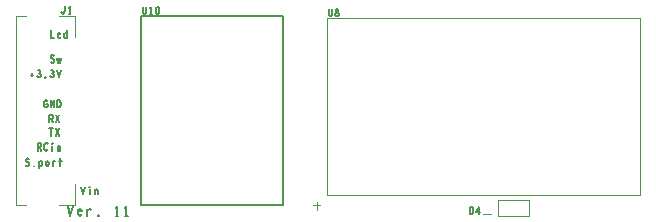
<source format=gto>
G04 ================== begin FILE IDENTIFICATION RECORD ==================*
G04 Layout Name:  transponderRC2_4-11.brd*
G04 Film Name:    Silkscreen_top*
G04 File Format:  Gerber RS274X*
G04 File Origin:  Cadence Allegro 17.2-S042*
G04 Origin Date:  Thu Jan 24 18:04:02 2019*
G04 *
G04 Layer:  PACKAGE GEOMETRY/SILKSCREEN_TOP*
G04 Layer:  BOARD GEOMETRY/SILKSCREEN_TOP*
G04 Layer:  REF DES/SILKSCREEN_TOP*
G04 *
G04 Offset:    (0.0000 0.0000)*
G04 Mirror:    No*
G04 Mode:      Positive*
G04 Rotation:  0*
G04 FullContactRelief:  No*
G04 UndefLineWidth:     0.1500*
G04 ================== end FILE IDENTIFICATION RECORD ====================*
%FSAX55Y55*MOMM*%
%IR0*IPPOS*OFA0.00000B0.00000*MIA0B0*SFA1.00000B1.00000*%
%ADD10C,.1*%
%ADD11C,.15*%
G75*
%LPD*%
G75*
G54D10*
G01X-0004265000Y0000100000D02*
X-0004345000Y0000100000D01*
X-0004345000Y0001700000D01*
X-0004265000Y0001700000D01*
G01X-0003845000Y0000280000D02*
X-0003845000Y0000100000D01*
X-0003985000Y0000100000D01*
G01X-0003845000Y0001530000D02*
X-0003845000Y0001700000D01*
X-0003985000Y0001700000D01*
G01X-0001770000Y0000100000D02*
X-0001830000Y0000100000D01*
G01X-0001800000Y0000130000D02*
X-0001800000Y0000065000D01*
G01X-0001715000Y0000185000D02*
X-0001715000Y0001685000D01*
X0000935000Y0001685000D01*
X0000935000Y0000185000D01*
X-0001715000Y0000185000D01*
G01X-0000325000Y0000030000D02*
X-0000395000Y0000030000D01*
G01X-0000005000Y0000010000D02*
X-0000265000Y0000010000D01*
X-0000265000Y0000150000D01*
X-0000005000Y0000150000D01*
X-0000005000Y0000010000D01*
G01X0000935000Y0001685000D02*
X0000935000Y0000185000D01*
G54D11*
G01X-0004263900Y0000443460D02*
X-0004258490Y0000438170D01*
X-0004252390Y0000435000D01*
X-0004246970Y0000435000D01*
X-0004241550Y0000438170D01*
X-0004237490Y0000443460D01*
X-0004235460Y0000450880D01*
X-0004236810Y0000458280D01*
X-0004240200Y0000464630D01*
X-0004246290Y0000468870D01*
X-0004254420Y0000470980D01*
X-0004259160Y0000475220D01*
X-0004261200Y0000482620D01*
X-0004259840Y0000490030D01*
X-0004256450Y0000495320D01*
X-0004251710Y0000498500D01*
X-0004246970Y0000498500D01*
X-0004242230Y0000496380D01*
X-0004238160Y0000491090D01*
G01X-0004193800Y0000432880D02*
X-0004195150Y0000433940D01*
X-0004195150Y0000436060D01*
X-0004193800Y0000437120D01*
X-0004192450Y0000436060D01*
X-0004192450Y0000433940D01*
X-0004193800Y0000432880D01*
G01X-0004150110Y0000413830D02*
X-0004150110Y0000477330D01*
G01X-0004150110Y0000467810D02*
X-0004146730Y0000473100D01*
X-0004143340Y0000476270D01*
X-0004137920Y0000477330D01*
X-0004133180Y0000476270D01*
X-0004128440Y0000470980D01*
X-0004126400Y0000463570D01*
X-0004125730Y0000456170D01*
X-0004126400Y0000448760D01*
X-0004128440Y0000441350D01*
X-0004132500Y0000437120D01*
X-0004137920Y0000435000D01*
X-0004142660Y0000436060D01*
X-0004147400Y0000439230D01*
X-0004150110Y0000443460D01*
G01X-0004082040Y0000435000D02*
X-0004086100Y0000436060D01*
X-0004090170Y0000440290D01*
X-0004092880Y0000447700D01*
X-0004094230Y0000456170D01*
X-0004092880Y0000464630D01*
X-0004090170Y0000472040D01*
X-0004086100Y0000476270D01*
X-0004082040Y0000477330D01*
X-0004077980Y0000476270D01*
X-0004073910Y0000472040D01*
X-0004071200Y0000464630D01*
X-0004070520Y0000456170D01*
X-0004071200Y0000447700D01*
X-0004073910Y0000440290D01*
X-0004077980Y0000436060D01*
X-0004082040Y0000435000D01*
G01X-0004035640Y0000435000D02*
X-0004035640Y0000477330D01*
G01X-0004035640Y0000468870D02*
X-0004032260Y0000473100D01*
X-0004028870Y0000476270D01*
X-0004024130Y0000477330D01*
X-0004020740Y0000476270D01*
X-0004016680Y0000473100D01*
G01X-0003970280Y0000498500D02*
X-0003970280Y0000435000D01*
G01X-0003979760Y0000477330D02*
X-0003960800Y0000477330D01*
G01X-0004163230Y0000565000D02*
X-0004163230Y0000628500D01*
X-0004146290Y0000628500D01*
X-0004140870Y0000625320D01*
X-0004137490Y0000621090D01*
X-0004136130Y0000612620D01*
X-0004137490Y0000604160D01*
X-0004141550Y0000598870D01*
X-0004146290Y0000595690D01*
X-0004163230Y0000595690D01*
G01X-0004146290Y0000595690D02*
X-0004136130Y0000565000D01*
G01X-0004078900Y0000623210D02*
X-0004082960Y0000626380D01*
X-0004087700Y0000628500D01*
X-0004093120Y0000628500D01*
X-0004099220Y0000625320D01*
X-0004103960Y0000620030D01*
X-0004107350Y0000613680D01*
X-0004110060Y0000603100D01*
X-0004110730Y0000593570D01*
X-0004109380Y0000584050D01*
X-0004107350Y0000577700D01*
X-0004103280Y0000571350D01*
X-0004098540Y0000567120D01*
X-0004093800Y0000565000D01*
X-0004089060Y0000565000D01*
X-0004084320Y0000567120D01*
X-0004080250Y0000570290D01*
X-0004076870Y0000574520D01*
G01X-0004037920Y0000607330D02*
X-0004037920Y0000565000D01*
G01X-0004037920Y0000624270D02*
X-0004039270Y0000625320D01*
X-0004039270Y0000627440D01*
X-0004037920Y0000628500D01*
X-0004036570Y0000627440D01*
X-0004036570Y0000625320D01*
X-0004037920Y0000624270D01*
G01X-0003993560Y0000565000D02*
X-0003993560Y0000607330D01*
G01X-0003993560Y0000596750D02*
X-0003990850Y0000602040D01*
X-0003986780Y0000606270D01*
X-0003981360Y0000607330D01*
X-0003976620Y0000606270D01*
X-0003972560Y0000602040D01*
X-0003970520Y0000594630D01*
X-0003970520Y0000565000D01*
G01X-0004049680Y0000753500D02*
X-0004049680Y0000690000D01*
G01X-0004065260Y0000753500D02*
X-0004034100Y0000753500D01*
G01X-0004008020Y0000690000D02*
X-0003979580Y0000753500D01*
G01X-0004008020Y0000753500D02*
X-0003979580Y0000690000D01*
G01X-0004063230Y0000805000D02*
X-0004063230Y0000868500D01*
X-0004046290Y0000868500D01*
X-0004040870Y0000865320D01*
X-0004037490Y0000861090D01*
X-0004036130Y0000852620D01*
X-0004037490Y0000844160D01*
X-0004041550Y0000838870D01*
X-0004046290Y0000835690D01*
X-0004063230Y0000835690D01*
G01X-0004046290Y0000835690D02*
X-0004036130Y0000805000D01*
G01X-0004008020Y0000805000D02*
X-0003979580Y0000868500D01*
G01X-0004008020Y0000868500D02*
X-0003979580Y0000805000D01*
G01X-0004090620Y0000961750D02*
X-0004077070Y0000961750D01*
X-0004077070Y0000942700D01*
X-0004081130Y0000936350D01*
X-0004085870Y0000932120D01*
X-0004092650Y0000930000D01*
X-0004099420Y0000932120D01*
X-0004104160Y0000936350D01*
X-0004108230Y0000942700D01*
X-0004110940Y0000950110D01*
X-0004112290Y0000958570D01*
X-0004112290Y0000965980D01*
X-0004110940Y0000972330D01*
X-0004108230Y0000979740D01*
X-0004104160Y0000986090D01*
X-0004100100Y0000990320D01*
X-0004094680Y0000993500D01*
X-0004089940Y0000993500D01*
X-0004084520Y0000991380D01*
X-0004080460Y0000987150D01*
G01X-0004054380Y0000930000D02*
X-0004054380Y0000993500D01*
X-0004023220Y0000930000D01*
X-0004023220Y0000993500D01*
G01X-0003997820Y0000930000D02*
X-0003997820Y0000993500D01*
X-0003984270Y0000993500D01*
X-0003978860Y0000990320D01*
X-0003974790Y0000986090D01*
X-0003971400Y0000979740D01*
X-0003968700Y0000972330D01*
X-0003968020Y0000961750D01*
X-0003968700Y0000951170D01*
X-0003971400Y0000943760D01*
X-0003974790Y0000937410D01*
X-0003978860Y0000933170D01*
X-0003984270Y0000930000D01*
X-0003997820Y0000930000D01*
G01X-0004217130Y0001206170D02*
X-0004200870Y0001206170D01*
G01X-0004209680Y0001219930D02*
X-0004209680Y0001192410D01*
G01X-0004168700Y0001197700D02*
X-0004164640Y0001190290D01*
X-0004159220Y0001186060D01*
X-0004153120Y0001185000D01*
X-0004147700Y0001186060D01*
X-0004142280Y0001191350D01*
X-0004138900Y0001197700D01*
X-0004138220Y0001204050D01*
X-0004139580Y0001211460D01*
X-0004144320Y0001216750D01*
X-0004149060Y0001218870D01*
X-0004155150Y0001218870D01*
G01X-0004149060Y0001218870D02*
X-0004144990Y0001222040D01*
X-0004141610Y0001227330D01*
X-0004140250Y0001233680D01*
X-0004141610Y0001240030D01*
X-0004144990Y0001245320D01*
X-0004151090Y0001248500D01*
X-0004157190Y0001247440D01*
X-0004163280Y0001243210D01*
G01X-0004097920Y0001182880D02*
X-0004099270Y0001183940D01*
X-0004099270Y0001186060D01*
X-0004097920Y0001187120D01*
X-0004096570Y0001186060D01*
X-0004096570Y0001183940D01*
X-0004097920Y0001182880D01*
G01X-0004056940Y0001197700D02*
X-0004052880Y0001190290D01*
X-0004047460Y0001186060D01*
X-0004041360Y0001185000D01*
X-0004035940Y0001186060D01*
X-0004030520Y0001191350D01*
X-0004027140Y0001197700D01*
X-0004026460Y0001204050D01*
X-0004027820Y0001211460D01*
X-0004032560Y0001216750D01*
X-0004037300Y0001218870D01*
X-0004043390Y0001218870D01*
G01X-0004037300Y0001218870D02*
X-0004033230Y0001222040D01*
X-0004029850Y0001227330D01*
X-0004028490Y0001233680D01*
X-0004029850Y0001240030D01*
X-0004033230Y0001245320D01*
X-0004039330Y0001248500D01*
X-0004045430Y0001247440D01*
X-0004051520Y0001243210D01*
G01X-0004003090Y0001248500D02*
X-0003986160Y0001185000D01*
X-0003969230Y0001248500D01*
G01X-0003910130Y0000093740D02*
X-0003885790Y0000015000D01*
X-0003861450Y0000093740D01*
G01X-0003821650Y0000050430D02*
X-0003790500Y0000050430D01*
X-0003793420Y0000059620D01*
X-0003798290Y0000064870D01*
X-0003805100Y0000067490D01*
X-0003811920Y0000066180D01*
X-0003817760Y0000062240D01*
X-0003821650Y0000053060D01*
X-0003823600Y0000045180D01*
X-0003823600Y0000037310D01*
X-0003821650Y0000029430D01*
X-0003816790Y0000021560D01*
X-0003810940Y0000016310D01*
X-0003804130Y0000015000D01*
X-0003797310Y0000017620D01*
X-0003790500Y0000025500D01*
G01X-0003741940Y0000015000D02*
X-0003741940Y0000067490D01*
G01X-0003741940Y0000057000D02*
X-0003737070Y0000062240D01*
X-0003732200Y0000066180D01*
X-0003725390Y0000067490D01*
X-0003720520Y0000066180D01*
X-0003714680Y0000062240D01*
G01X-0003649570Y0000012380D02*
X-0003651520Y0000013690D01*
X-0003651520Y0000016310D01*
X-0003649570Y0000017620D01*
X-0003647620Y0000016310D01*
X-0003647620Y0000013690D01*
X-0003649570Y0000012380D01*
G01X-0003492090Y0000015000D02*
X-0003492090Y0000093740D01*
X-0003503770Y0000077990D01*
G01X-0003503770Y0000015000D02*
X-0003480410Y0000015000D01*
G01X-0003413350Y0000015000D02*
X-0003413350Y0000093740D01*
X-0003425030Y0000077990D01*
G01X-0003425030Y0000015000D02*
X-0003401670Y0000015000D01*
G01X-0003796610Y0000258500D02*
X-0003779680Y0000195000D01*
X-0003762750Y0000258500D01*
G01X-0003723800Y0000237330D02*
X-0003723800Y0000195000D01*
G01X-0003723800Y0000254270D02*
X-0003725150Y0000255320D01*
X-0003725150Y0000257440D01*
X-0003723800Y0000258500D01*
X-0003722450Y0000257440D01*
X-0003722450Y0000255320D01*
X-0003723800Y0000254270D01*
G01X-0003679440Y0000195000D02*
X-0003679440Y0000237330D01*
G01X-0003679440Y0000226750D02*
X-0003676730Y0000232040D01*
X-0003672660Y0000236270D01*
X-0003667240Y0000237330D01*
X-0003662500Y0000236270D01*
X-0003658440Y0000232040D01*
X-0003656400Y0000224630D01*
X-0003656400Y0000195000D01*
G01X-0004053900Y0001318460D02*
X-0004048490Y0001313170D01*
X-0004042390Y0001310000D01*
X-0004036970Y0001310000D01*
X-0004031550Y0001313170D01*
X-0004027490Y0001318460D01*
X-0004025460Y0001325880D01*
X-0004026810Y0001333280D01*
X-0004030200Y0001339630D01*
X-0004036290Y0001343870D01*
X-0004044420Y0001345980D01*
X-0004049160Y0001350220D01*
X-0004051200Y0001357620D01*
X-0004049840Y0001365030D01*
X-0004046450Y0001370320D01*
X-0004041710Y0001373500D01*
X-0004036970Y0001373500D01*
X-0004032230Y0001371380D01*
X-0004028160Y0001366090D01*
G01X-0004000730Y0001352330D02*
X-0003992610Y0001310000D01*
X-0003983800Y0001352330D01*
X-0003974990Y0001310000D01*
X-0003966870Y0001352330D01*
G01X-0004053230Y0001583500D02*
X-0004053230Y0001520000D01*
X-0004026130Y0001520000D01*
G01X-0003993960Y0001548570D02*
X-0003972280Y0001548570D01*
X-0003974320Y0001555980D01*
X-0003977700Y0001560220D01*
X-0003982450Y0001562330D01*
X-0003987190Y0001561270D01*
X-0003991250Y0001558100D01*
X-0003993960Y0001550690D01*
X-0003995320Y0001544340D01*
X-0003995320Y0001537990D01*
X-0003993960Y0001531640D01*
X-0003990570Y0001525290D01*
X-0003986510Y0001521060D01*
X-0003981770Y0001520000D01*
X-0003977030Y0001522120D01*
X-0003972280Y0001528460D01*
G01X-0003915730Y0001583500D02*
X-0003915730Y0001520000D01*
G01X-0003915730Y0001529520D02*
X-0003918440Y0001524230D01*
X-0003922500Y0001521060D01*
X-0003927240Y0001520000D01*
X-0003932660Y0001522120D01*
X-0003936730Y0001527410D01*
X-0003939440Y0001533760D01*
X-0003940110Y0001541170D01*
X-0003939440Y0001548570D01*
X-0003936730Y0001554930D01*
X-0003932660Y0001560220D01*
X-0003927240Y0001562330D01*
X-0003922500Y0001561270D01*
X-0003919110Y0001559160D01*
X-0003915730Y0001554930D01*
G01X-0003963230Y0001737700D02*
X-0003959840Y0001731350D01*
X-0003955780Y0001727120D01*
X-0003951030Y0001725000D01*
X-0003945620Y0001727120D01*
X-0003941550Y0001731350D01*
X-0003937490Y0001737700D01*
X-0003936130Y0001746170D01*
X-0003936130Y0001788500D01*
G01X-0003893800Y0001725000D02*
X-0003893800Y0001788500D01*
X-0003901930Y0001775800D01*
G01X-0003901930Y0001725000D02*
X-0003885670Y0001725000D01*
G01X-0003290000Y0000100000D02*
X-0002090000Y0000100000D01*
X-0002090000Y0001700000D01*
X-0003290000Y0001700000D01*
X-0003290000Y0000100000D01*
G01X-0003274580Y0001783500D02*
X-0003274580Y0001737990D01*
X-0003271870Y0001728460D01*
X-0003266450Y0001722120D01*
X-0003259680Y0001720000D01*
X-0003252910Y0001722120D01*
X-0003247490Y0001728460D01*
X-0003244780Y0001737990D01*
X-0003244780Y0001783500D01*
G01X-0003203800Y0001720000D02*
X-0003203800Y0001783500D01*
X-0003211930Y0001770800D01*
G01X-0003211930Y0001720000D02*
X-0003195670Y0001720000D01*
G01X-0003147920Y0001783500D02*
X-0003153340Y0001781380D01*
X-0003157400Y0001776090D01*
X-0003160110Y0001769740D01*
X-0003162140Y0001761270D01*
X-0003162820Y0001751750D01*
X-0003162140Y0001742220D01*
X-0003160110Y0001733760D01*
X-0003157400Y0001727410D01*
X-0003153340Y0001722120D01*
X-0003147920Y0001720000D01*
X-0003142500Y0001722120D01*
X-0003138440Y0001727410D01*
X-0003135730Y0001733760D01*
X-0003133700Y0001742220D01*
X-0003133020Y0001751750D01*
X-0003133700Y0001761270D01*
X-0003135730Y0001769740D01*
X-0003138440Y0001776090D01*
X-0003142500Y0001781380D01*
X-0003147920Y0001783500D01*
G01X-0001699580Y0001763500D02*
X-0001699580Y0001717990D01*
X-0001696870Y0001708460D01*
X-0001691450Y0001702120D01*
X-0001684680Y0001700000D01*
X-0001677910Y0001702120D01*
X-0001672490Y0001708460D01*
X-0001669780Y0001717990D01*
X-0001669780Y0001763500D01*
G01X-0001628800Y0001700000D02*
X-0001624060Y0001701060D01*
X-0001618640Y0001704230D01*
X-0001615250Y0001709520D01*
X-0001613900Y0001716930D01*
X-0001615250Y0001724340D01*
X-0001619320Y0001730690D01*
X-0001625410Y0001733870D01*
X-0001632190Y0001733870D01*
X-0001636250Y0001735980D01*
X-0001639640Y0001741270D01*
X-0001640990Y0001748680D01*
X-0001638960Y0001756090D01*
X-0001634220Y0001761380D01*
X-0001628800Y0001763500D01*
X-0001623380Y0001761380D01*
X-0001618640Y0001756090D01*
X-0001616610Y0001748680D01*
X-0001617960Y0001741270D01*
X-0001621350Y0001735980D01*
X-0001625410Y0001733870D01*
X-0001632190Y0001733870D01*
X-0001638280Y0001730690D01*
X-0001642350Y0001724340D01*
X-0001643700Y0001716930D01*
X-0001642350Y0001709520D01*
X-0001638960Y0001704230D01*
X-0001633540Y0001701060D01*
X-0001628800Y0001700000D01*
G01X-0000504580Y0000025000D02*
X-0000504580Y0000088500D01*
X-0000491030Y0000088500D01*
X-0000485620Y0000085320D01*
X-0000481550Y0000081090D01*
X-0000478160Y0000074740D01*
X-0000475460Y0000067330D01*
X-0000474780Y0000056750D01*
X-0000475460Y0000046170D01*
X-0000478160Y0000038760D01*
X-0000481550Y0000032410D01*
X-0000485620Y0000028170D01*
X-0000491030Y0000025000D01*
X-0000504580Y0000025000D01*
G01X-0000425670Y0000025000D02*
X-0000425670Y0000088500D01*
X-0000450730Y0000042990D01*
X-0000416870Y0000042990D01*
M02*

</source>
